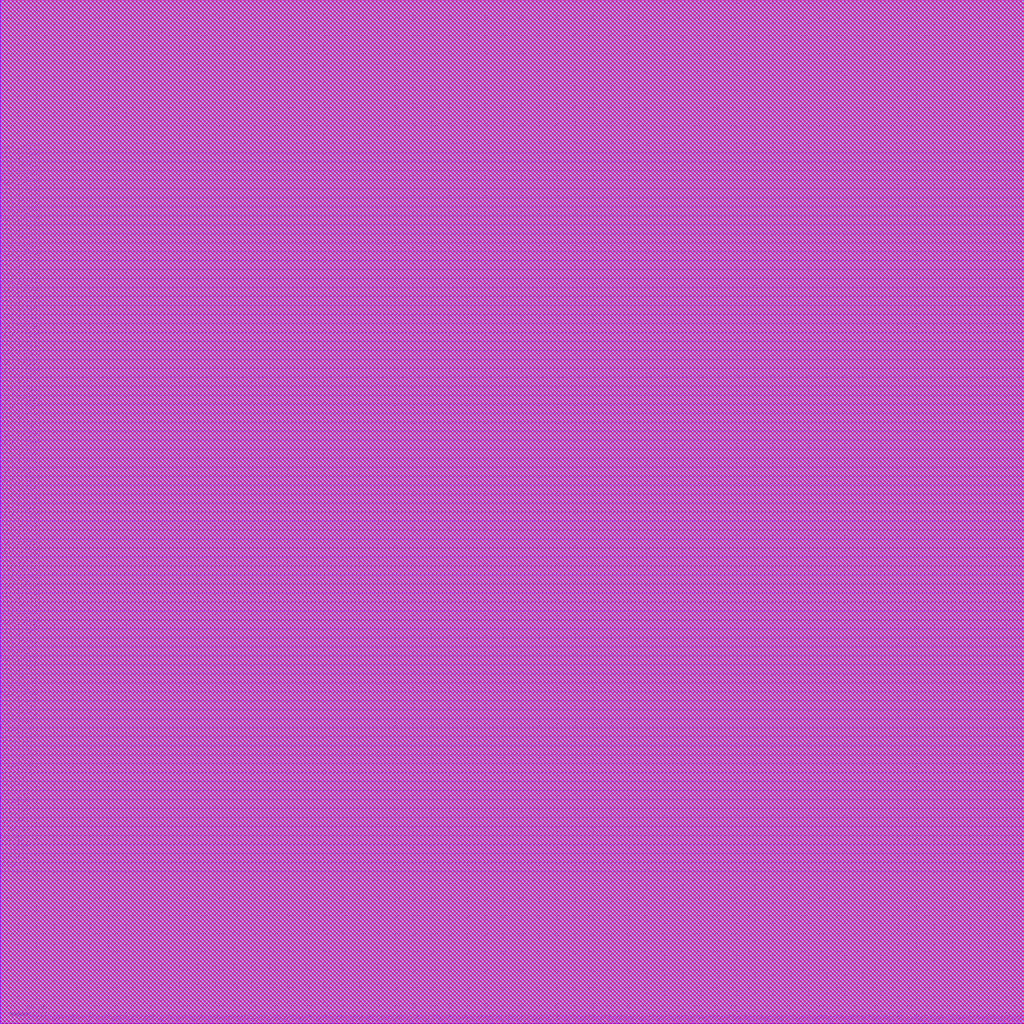
<source format=lef>
##
## LEF for PtnCells ;
## created by Innovus v15.23-s045_1 on Sat Mar  8 14:33:49 2025
##

VERSION 5.8 ;

BUSBITCHARS "[]" ;
DIVIDERCHAR "/" ;

MACRO core
  CLASS BLOCK ;
  SIZE 570.0000 BY 570.0000 ;
  FOREIGN core 0.0000 0.0000 ;
  ORIGIN 0 0 ;
  SYMMETRY X Y R90 ;
  PIN clk
    DIRECTION INPUT ;
    USE SIGNAL ;
    PORT
      LAYER M1 ;
        RECT 282.2550 569.5300 282.3450 570.0000 ;
    END
  END clk
  PIN sum_out[23]
    DIRECTION OUTPUT ;
    USE SIGNAL ;
    PORT
      LAYER M1 ;
        RECT 559.2550 0.0000 559.3450 0.4700 ;
    END
  END sum_out[23]
  PIN sum_out[22]
    DIRECTION OUTPUT ;
    USE SIGNAL ;
    PORT
      LAYER M1 ;
        RECT 556.2550 0.0000 556.3450 0.4700 ;
    END
  END sum_out[22]
  PIN sum_out[21]
    DIRECTION OUTPUT ;
    USE SIGNAL ;
    PORT
      LAYER M1 ;
        RECT 553.2550 0.0000 553.3450 0.4700 ;
    END
  END sum_out[21]
  PIN sum_out[20]
    DIRECTION OUTPUT ;
    USE SIGNAL ;
    PORT
      LAYER M1 ;
        RECT 550.2550 0.0000 550.3450 0.4700 ;
    END
  END sum_out[20]
  PIN sum_out[19]
    DIRECTION OUTPUT ;
    USE SIGNAL ;
    PORT
      LAYER M1 ;
        RECT 547.2550 0.0000 547.3450 0.4700 ;
    END
  END sum_out[19]
  PIN sum_out[18]
    DIRECTION OUTPUT ;
    USE SIGNAL ;
    PORT
      LAYER M1 ;
        RECT 544.2550 0.0000 544.3450 0.4700 ;
    END
  END sum_out[18]
  PIN sum_out[17]
    DIRECTION OUTPUT ;
    USE SIGNAL ;
    PORT
      LAYER M1 ;
        RECT 541.2550 0.0000 541.3450 0.4700 ;
    END
  END sum_out[17]
  PIN sum_out[16]
    DIRECTION OUTPUT ;
    USE SIGNAL ;
    PORT
      LAYER M1 ;
        RECT 538.2550 0.0000 538.3450 0.4700 ;
    END
  END sum_out[16]
  PIN sum_out[15]
    DIRECTION OUTPUT ;
    USE SIGNAL ;
    PORT
      LAYER M1 ;
        RECT 535.2550 0.0000 535.3450 0.4700 ;
    END
  END sum_out[15]
  PIN sum_out[14]
    DIRECTION OUTPUT ;
    USE SIGNAL ;
    PORT
      LAYER M1 ;
        RECT 532.2550 0.0000 532.3450 0.4700 ;
    END
  END sum_out[14]
  PIN sum_out[13]
    DIRECTION OUTPUT ;
    USE SIGNAL ;
    PORT
      LAYER M1 ;
        RECT 529.2550 0.0000 529.3450 0.4700 ;
    END
  END sum_out[13]
  PIN sum_out[12]
    DIRECTION OUTPUT ;
    USE SIGNAL ;
    PORT
      LAYER M1 ;
        RECT 526.2550 0.0000 526.3450 0.4700 ;
    END
  END sum_out[12]
  PIN sum_out[11]
    DIRECTION OUTPUT ;
    USE SIGNAL ;
    PORT
      LAYER M1 ;
        RECT 523.2550 0.0000 523.3450 0.4700 ;
    END
  END sum_out[11]
  PIN sum_out[10]
    DIRECTION OUTPUT ;
    USE SIGNAL ;
    PORT
      LAYER M1 ;
        RECT 520.2550 0.0000 520.3450 0.4700 ;
    END
  END sum_out[10]
  PIN sum_out[9]
    DIRECTION OUTPUT ;
    USE SIGNAL ;
    PORT
      LAYER M1 ;
        RECT 517.2550 0.0000 517.3450 0.4700 ;
    END
  END sum_out[9]
  PIN sum_out[8]
    DIRECTION OUTPUT ;
    USE SIGNAL ;
    PORT
      LAYER M1 ;
        RECT 514.2550 0.0000 514.3450 0.4700 ;
    END
  END sum_out[8]
  PIN sum_out[7]
    DIRECTION OUTPUT ;
    USE SIGNAL ;
    PORT
      LAYER M1 ;
        RECT 511.2550 0.0000 511.3450 0.4700 ;
    END
  END sum_out[7]
  PIN sum_out[6]
    DIRECTION OUTPUT ;
    USE SIGNAL ;
    PORT
      LAYER M1 ;
        RECT 508.2550 0.0000 508.3450 0.4700 ;
    END
  END sum_out[6]
  PIN sum_out[5]
    DIRECTION OUTPUT ;
    USE SIGNAL ;
    PORT
      LAYER M1 ;
        RECT 505.2550 0.0000 505.3450 0.4700 ;
    END
  END sum_out[5]
  PIN sum_out[4]
    DIRECTION OUTPUT ;
    USE SIGNAL ;
    PORT
      LAYER M1 ;
        RECT 502.2550 0.0000 502.3450 0.4700 ;
    END
  END sum_out[4]
  PIN sum_out[3]
    DIRECTION OUTPUT ;
    USE SIGNAL ;
    PORT
      LAYER M1 ;
        RECT 499.2550 0.0000 499.3450 0.4700 ;
    END
  END sum_out[3]
  PIN sum_out[2]
    DIRECTION OUTPUT ;
    USE SIGNAL ;
    PORT
      LAYER M1 ;
        RECT 496.2550 0.0000 496.3450 0.4700 ;
    END
  END sum_out[2]
  PIN sum_out[1]
    DIRECTION OUTPUT ;
    USE SIGNAL ;
    PORT
      LAYER M1 ;
        RECT 493.2550 0.0000 493.3450 0.4700 ;
    END
  END sum_out[1]
  PIN sum_out[0]
    DIRECTION OUTPUT ;
    USE SIGNAL ;
    PORT
      LAYER M1 ;
        RECT 490.2550 0.0000 490.3450 0.4700 ;
    END
  END sum_out[0]
  PIN mem_in[63]
    DIRECTION INPUT ;
    USE SIGNAL ;
    PORT
      LAYER M2 ;
        RECT 0.0000 484.7500 0.5200 484.8500 ;
    END
  END mem_in[63]
  PIN mem_in[62]
    DIRECTION INPUT ;
    USE SIGNAL ;
    PORT
      LAYER M2 ;
        RECT 0.0000 479.7500 0.5200 479.8500 ;
    END
  END mem_in[62]
  PIN mem_in[61]
    DIRECTION INPUT ;
    USE SIGNAL ;
    PORT
      LAYER M2 ;
        RECT 0.0000 474.7500 0.5200 474.8500 ;
    END
  END mem_in[61]
  PIN mem_in[60]
    DIRECTION INPUT ;
    USE SIGNAL ;
    PORT
      LAYER M2 ;
        RECT 0.0000 469.7500 0.5200 469.8500 ;
    END
  END mem_in[60]
  PIN mem_in[59]
    DIRECTION INPUT ;
    USE SIGNAL ;
    PORT
      LAYER M2 ;
        RECT 0.0000 464.7500 0.5200 464.8500 ;
    END
  END mem_in[59]
  PIN mem_in[58]
    DIRECTION INPUT ;
    USE SIGNAL ;
    PORT
      LAYER M2 ;
        RECT 0.0000 459.7500 0.5200 459.8500 ;
    END
  END mem_in[58]
  PIN mem_in[57]
    DIRECTION INPUT ;
    USE SIGNAL ;
    PORT
      LAYER M2 ;
        RECT 0.0000 454.7500 0.5200 454.8500 ;
    END
  END mem_in[57]
  PIN mem_in[56]
    DIRECTION INPUT ;
    USE SIGNAL ;
    PORT
      LAYER M2 ;
        RECT 0.0000 449.7500 0.5200 449.8500 ;
    END
  END mem_in[56]
  PIN mem_in[55]
    DIRECTION INPUT ;
    USE SIGNAL ;
    PORT
      LAYER M2 ;
        RECT 0.0000 444.7500 0.5200 444.8500 ;
    END
  END mem_in[55]
  PIN mem_in[54]
    DIRECTION INPUT ;
    USE SIGNAL ;
    PORT
      LAYER M2 ;
        RECT 0.0000 439.7500 0.5200 439.8500 ;
    END
  END mem_in[54]
  PIN mem_in[53]
    DIRECTION INPUT ;
    USE SIGNAL ;
    PORT
      LAYER M2 ;
        RECT 0.0000 434.7500 0.5200 434.8500 ;
    END
  END mem_in[53]
  PIN mem_in[52]
    DIRECTION INPUT ;
    USE SIGNAL ;
    PORT
      LAYER M2 ;
        RECT 0.0000 429.7500 0.5200 429.8500 ;
    END
  END mem_in[52]
  PIN mem_in[51]
    DIRECTION INPUT ;
    USE SIGNAL ;
    PORT
      LAYER M2 ;
        RECT 0.0000 424.7500 0.5200 424.8500 ;
    END
  END mem_in[51]
  PIN mem_in[50]
    DIRECTION INPUT ;
    USE SIGNAL ;
    PORT
      LAYER M2 ;
        RECT 0.0000 419.7500 0.5200 419.8500 ;
    END
  END mem_in[50]
  PIN mem_in[49]
    DIRECTION INPUT ;
    USE SIGNAL ;
    PORT
      LAYER M2 ;
        RECT 0.0000 414.7500 0.5200 414.8500 ;
    END
  END mem_in[49]
  PIN mem_in[48]
    DIRECTION INPUT ;
    USE SIGNAL ;
    PORT
      LAYER M2 ;
        RECT 0.0000 409.7500 0.5200 409.8500 ;
    END
  END mem_in[48]
  PIN mem_in[47]
    DIRECTION INPUT ;
    USE SIGNAL ;
    PORT
      LAYER M2 ;
        RECT 0.0000 404.7500 0.5200 404.8500 ;
    END
  END mem_in[47]
  PIN mem_in[46]
    DIRECTION INPUT ;
    USE SIGNAL ;
    PORT
      LAYER M2 ;
        RECT 0.0000 399.7500 0.5200 399.8500 ;
    END
  END mem_in[46]
  PIN mem_in[45]
    DIRECTION INPUT ;
    USE SIGNAL ;
    PORT
      LAYER M2 ;
        RECT 0.0000 394.7500 0.5200 394.8500 ;
    END
  END mem_in[45]
  PIN mem_in[44]
    DIRECTION INPUT ;
    USE SIGNAL ;
    PORT
      LAYER M2 ;
        RECT 0.0000 389.7500 0.5200 389.8500 ;
    END
  END mem_in[44]
  PIN mem_in[43]
    DIRECTION INPUT ;
    USE SIGNAL ;
    PORT
      LAYER M2 ;
        RECT 0.0000 384.7500 0.5200 384.8500 ;
    END
  END mem_in[43]
  PIN mem_in[42]
    DIRECTION INPUT ;
    USE SIGNAL ;
    PORT
      LAYER M2 ;
        RECT 0.0000 379.7500 0.5200 379.8500 ;
    END
  END mem_in[42]
  PIN mem_in[41]
    DIRECTION INPUT ;
    USE SIGNAL ;
    PORT
      LAYER M2 ;
        RECT 0.0000 374.7500 0.5200 374.8500 ;
    END
  END mem_in[41]
  PIN mem_in[40]
    DIRECTION INPUT ;
    USE SIGNAL ;
    PORT
      LAYER M2 ;
        RECT 0.0000 369.7500 0.5200 369.8500 ;
    END
  END mem_in[40]
  PIN mem_in[39]
    DIRECTION INPUT ;
    USE SIGNAL ;
    PORT
      LAYER M2 ;
        RECT 0.0000 364.7500 0.5200 364.8500 ;
    END
  END mem_in[39]
  PIN mem_in[38]
    DIRECTION INPUT ;
    USE SIGNAL ;
    PORT
      LAYER M2 ;
        RECT 0.0000 359.7500 0.5200 359.8500 ;
    END
  END mem_in[38]
  PIN mem_in[37]
    DIRECTION INPUT ;
    USE SIGNAL ;
    PORT
      LAYER M2 ;
        RECT 0.0000 354.7500 0.5200 354.8500 ;
    END
  END mem_in[37]
  PIN mem_in[36]
    DIRECTION INPUT ;
    USE SIGNAL ;
    PORT
      LAYER M2 ;
        RECT 0.0000 349.7500 0.5200 349.8500 ;
    END
  END mem_in[36]
  PIN mem_in[35]
    DIRECTION INPUT ;
    USE SIGNAL ;
    PORT
      LAYER M2 ;
        RECT 0.0000 344.7500 0.5200 344.8500 ;
    END
  END mem_in[35]
  PIN mem_in[34]
    DIRECTION INPUT ;
    USE SIGNAL ;
    PORT
      LAYER M2 ;
        RECT 0.0000 339.7500 0.5200 339.8500 ;
    END
  END mem_in[34]
  PIN mem_in[33]
    DIRECTION INPUT ;
    USE SIGNAL ;
    PORT
      LAYER M2 ;
        RECT 0.0000 334.7500 0.5200 334.8500 ;
    END
  END mem_in[33]
  PIN mem_in[32]
    DIRECTION INPUT ;
    USE SIGNAL ;
    PORT
      LAYER M2 ;
        RECT 0.0000 329.7500 0.5200 329.8500 ;
    END
  END mem_in[32]
  PIN mem_in[31]
    DIRECTION INPUT ;
    USE SIGNAL ;
    PORT
      LAYER M2 ;
        RECT 0.0000 324.7500 0.5200 324.8500 ;
    END
  END mem_in[31]
  PIN mem_in[30]
    DIRECTION INPUT ;
    USE SIGNAL ;
    PORT
      LAYER M2 ;
        RECT 0.0000 319.7500 0.5200 319.8500 ;
    END
  END mem_in[30]
  PIN mem_in[29]
    DIRECTION INPUT ;
    USE SIGNAL ;
    PORT
      LAYER M2 ;
        RECT 0.0000 314.7500 0.5200 314.8500 ;
    END
  END mem_in[29]
  PIN mem_in[28]
    DIRECTION INPUT ;
    USE SIGNAL ;
    PORT
      LAYER M2 ;
        RECT 0.0000 309.7500 0.5200 309.8500 ;
    END
  END mem_in[28]
  PIN mem_in[27]
    DIRECTION INPUT ;
    USE SIGNAL ;
    PORT
      LAYER M2 ;
        RECT 0.0000 304.7500 0.5200 304.8500 ;
    END
  END mem_in[27]
  PIN mem_in[26]
    DIRECTION INPUT ;
    USE SIGNAL ;
    PORT
      LAYER M2 ;
        RECT 0.0000 299.7500 0.5200 299.8500 ;
    END
  END mem_in[26]
  PIN mem_in[25]
    DIRECTION INPUT ;
    USE SIGNAL ;
    PORT
      LAYER M2 ;
        RECT 0.0000 294.7500 0.5200 294.8500 ;
    END
  END mem_in[25]
  PIN mem_in[24]
    DIRECTION INPUT ;
    USE SIGNAL ;
    PORT
      LAYER M2 ;
        RECT 0.0000 289.7500 0.5200 289.8500 ;
    END
  END mem_in[24]
  PIN mem_in[23]
    DIRECTION INPUT ;
    USE SIGNAL ;
    PORT
      LAYER M2 ;
        RECT 0.0000 284.7500 0.5200 284.8500 ;
    END
  END mem_in[23]
  PIN mem_in[22]
    DIRECTION INPUT ;
    USE SIGNAL ;
    PORT
      LAYER M2 ;
        RECT 0.0000 279.7500 0.5200 279.8500 ;
    END
  END mem_in[22]
  PIN mem_in[21]
    DIRECTION INPUT ;
    USE SIGNAL ;
    PORT
      LAYER M2 ;
        RECT 0.0000 274.7500 0.5200 274.8500 ;
    END
  END mem_in[21]
  PIN mem_in[20]
    DIRECTION INPUT ;
    USE SIGNAL ;
    PORT
      LAYER M2 ;
        RECT 0.0000 269.7500 0.5200 269.8500 ;
    END
  END mem_in[20]
  PIN mem_in[19]
    DIRECTION INPUT ;
    USE SIGNAL ;
    PORT
      LAYER M2 ;
        RECT 0.0000 264.7500 0.5200 264.8500 ;
    END
  END mem_in[19]
  PIN mem_in[18]
    DIRECTION INPUT ;
    USE SIGNAL ;
    PORT
      LAYER M2 ;
        RECT 0.0000 259.7500 0.5200 259.8500 ;
    END
  END mem_in[18]
  PIN mem_in[17]
    DIRECTION INPUT ;
    USE SIGNAL ;
    PORT
      LAYER M2 ;
        RECT 0.0000 254.7500 0.5200 254.8500 ;
    END
  END mem_in[17]
  PIN mem_in[16]
    DIRECTION INPUT ;
    USE SIGNAL ;
    PORT
      LAYER M2 ;
        RECT 0.0000 249.7500 0.5200 249.8500 ;
    END
  END mem_in[16]
  PIN mem_in[15]
    DIRECTION INPUT ;
    USE SIGNAL ;
    PORT
      LAYER M2 ;
        RECT 0.0000 244.7500 0.5200 244.8500 ;
    END
  END mem_in[15]
  PIN mem_in[14]
    DIRECTION INPUT ;
    USE SIGNAL ;
    PORT
      LAYER M2 ;
        RECT 0.0000 239.7500 0.5200 239.8500 ;
    END
  END mem_in[14]
  PIN mem_in[13]
    DIRECTION INPUT ;
    USE SIGNAL ;
    PORT
      LAYER M2 ;
        RECT 0.0000 234.7500 0.5200 234.8500 ;
    END
  END mem_in[13]
  PIN mem_in[12]
    DIRECTION INPUT ;
    USE SIGNAL ;
    PORT
      LAYER M2 ;
        RECT 0.0000 229.7500 0.5200 229.8500 ;
    END
  END mem_in[12]
  PIN mem_in[11]
    DIRECTION INPUT ;
    USE SIGNAL ;
    PORT
      LAYER M2 ;
        RECT 0.0000 224.7500 0.5200 224.8500 ;
    END
  END mem_in[11]
  PIN mem_in[10]
    DIRECTION INPUT ;
    USE SIGNAL ;
    PORT
      LAYER M2 ;
        RECT 0.0000 219.7500 0.5200 219.8500 ;
    END
  END mem_in[10]
  PIN mem_in[9]
    DIRECTION INPUT ;
    USE SIGNAL ;
    PORT
      LAYER M2 ;
        RECT 0.0000 214.7500 0.5200 214.8500 ;
    END
  END mem_in[9]
  PIN mem_in[8]
    DIRECTION INPUT ;
    USE SIGNAL ;
    PORT
      LAYER M2 ;
        RECT 0.0000 209.7500 0.5200 209.8500 ;
    END
  END mem_in[8]
  PIN mem_in[7]
    DIRECTION INPUT ;
    USE SIGNAL ;
    PORT
      LAYER M2 ;
        RECT 0.0000 204.7500 0.5200 204.8500 ;
    END
  END mem_in[7]
  PIN mem_in[6]
    DIRECTION INPUT ;
    USE SIGNAL ;
    PORT
      LAYER M2 ;
        RECT 0.0000 199.7500 0.5200 199.8500 ;
    END
  END mem_in[6]
  PIN mem_in[5]
    DIRECTION INPUT ;
    USE SIGNAL ;
    PORT
      LAYER M2 ;
        RECT 0.0000 194.7500 0.5200 194.8500 ;
    END
  END mem_in[5]
  PIN mem_in[4]
    DIRECTION INPUT ;
    USE SIGNAL ;
    PORT
      LAYER M2 ;
        RECT 0.0000 189.7500 0.5200 189.8500 ;
    END
  END mem_in[4]
  PIN mem_in[3]
    DIRECTION INPUT ;
    USE SIGNAL ;
    PORT
      LAYER M2 ;
        RECT 0.0000 184.7500 0.5200 184.8500 ;
    END
  END mem_in[3]
  PIN mem_in[2]
    DIRECTION INPUT ;
    USE SIGNAL ;
    PORT
      LAYER M2 ;
        RECT 0.0000 179.7500 0.5200 179.8500 ;
    END
  END mem_in[2]
  PIN mem_in[1]
    DIRECTION INPUT ;
    USE SIGNAL ;
    PORT
      LAYER M2 ;
        RECT 0.0000 174.7500 0.5200 174.8500 ;
    END
  END mem_in[1]
  PIN mem_in[0]
    DIRECTION INPUT ;
    USE SIGNAL ;
    PORT
      LAYER M2 ;
        RECT 0.0000 169.7500 0.5200 169.8500 ;
    END
  END mem_in[0]
  PIN out[159]
    DIRECTION OUTPUT ;
    USE SIGNAL ;
    PORT
      LAYER M1 ;
        RECT 487.2550 0.0000 487.3450 0.4700 ;
    END
  END out[159]
  PIN out[158]
    DIRECTION OUTPUT ;
    USE SIGNAL ;
    PORT
      LAYER M1 ;
        RECT 484.2550 0.0000 484.3450 0.4700 ;
    END
  END out[158]
  PIN out[157]
    DIRECTION OUTPUT ;
    USE SIGNAL ;
    PORT
      LAYER M1 ;
        RECT 481.2550 0.0000 481.3450 0.4700 ;
    END
  END out[157]
  PIN out[156]
    DIRECTION OUTPUT ;
    USE SIGNAL ;
    PORT
      LAYER M1 ;
        RECT 478.2550 0.0000 478.3450 0.4700 ;
    END
  END out[156]
  PIN out[155]
    DIRECTION OUTPUT ;
    USE SIGNAL ;
    PORT
      LAYER M1 ;
        RECT 475.2550 0.0000 475.3450 0.4700 ;
    END
  END out[155]
  PIN out[154]
    DIRECTION OUTPUT ;
    USE SIGNAL ;
    PORT
      LAYER M1 ;
        RECT 472.2550 0.0000 472.3450 0.4700 ;
    END
  END out[154]
  PIN out[153]
    DIRECTION OUTPUT ;
    USE SIGNAL ;
    PORT
      LAYER M1 ;
        RECT 469.2550 0.0000 469.3450 0.4700 ;
    END
  END out[153]
  PIN out[152]
    DIRECTION OUTPUT ;
    USE SIGNAL ;
    PORT
      LAYER M1 ;
        RECT 466.2550 0.0000 466.3450 0.4700 ;
    END
  END out[152]
  PIN out[151]
    DIRECTION OUTPUT ;
    USE SIGNAL ;
    PORT
      LAYER M1 ;
        RECT 463.2550 0.0000 463.3450 0.4700 ;
    END
  END out[151]
  PIN out[150]
    DIRECTION OUTPUT ;
    USE SIGNAL ;
    PORT
      LAYER M1 ;
        RECT 460.2550 0.0000 460.3450 0.4700 ;
    END
  END out[150]
  PIN out[149]
    DIRECTION OUTPUT ;
    USE SIGNAL ;
    PORT
      LAYER M1 ;
        RECT 457.2550 0.0000 457.3450 0.4700 ;
    END
  END out[149]
  PIN out[148]
    DIRECTION OUTPUT ;
    USE SIGNAL ;
    PORT
      LAYER M1 ;
        RECT 454.2550 0.0000 454.3450 0.4700 ;
    END
  END out[148]
  PIN out[147]
    DIRECTION OUTPUT ;
    USE SIGNAL ;
    PORT
      LAYER M1 ;
        RECT 451.2550 0.0000 451.3450 0.4700 ;
    END
  END out[147]
  PIN out[146]
    DIRECTION OUTPUT ;
    USE SIGNAL ;
    PORT
      LAYER M1 ;
        RECT 448.2550 0.0000 448.3450 0.4700 ;
    END
  END out[146]
  PIN out[145]
    DIRECTION OUTPUT ;
    USE SIGNAL ;
    PORT
      LAYER M1 ;
        RECT 445.2550 0.0000 445.3450 0.4700 ;
    END
  END out[145]
  PIN out[144]
    DIRECTION OUTPUT ;
    USE SIGNAL ;
    PORT
      LAYER M1 ;
        RECT 442.2550 0.0000 442.3450 0.4700 ;
    END
  END out[144]
  PIN out[143]
    DIRECTION OUTPUT ;
    USE SIGNAL ;
    PORT
      LAYER M1 ;
        RECT 439.2550 0.0000 439.3450 0.4700 ;
    END
  END out[143]
  PIN out[142]
    DIRECTION OUTPUT ;
    USE SIGNAL ;
    PORT
      LAYER M1 ;
        RECT 436.2550 0.0000 436.3450 0.4700 ;
    END
  END out[142]
  PIN out[141]
    DIRECTION OUTPUT ;
    USE SIGNAL ;
    PORT
      LAYER M1 ;
        RECT 433.2550 0.0000 433.3450 0.4700 ;
    END
  END out[141]
  PIN out[140]
    DIRECTION OUTPUT ;
    USE SIGNAL ;
    PORT
      LAYER M1 ;
        RECT 430.2550 0.0000 430.3450 0.4700 ;
    END
  END out[140]
  PIN out[139]
    DIRECTION OUTPUT ;
    USE SIGNAL ;
    PORT
      LAYER M1 ;
        RECT 427.2550 0.0000 427.3450 0.4700 ;
    END
  END out[139]
  PIN out[138]
    DIRECTION OUTPUT ;
    USE SIGNAL ;
    PORT
      LAYER M1 ;
        RECT 424.2550 0.0000 424.3450 0.4700 ;
    END
  END out[138]
  PIN out[137]
    DIRECTION OUTPUT ;
    USE SIGNAL ;
    PORT
      LAYER M1 ;
        RECT 421.2550 0.0000 421.3450 0.4700 ;
    END
  END out[137]
  PIN out[136]
    DIRECTION OUTPUT ;
    USE SIGNAL ;
    PORT
      LAYER M1 ;
        RECT 418.2550 0.0000 418.3450 0.4700 ;
    END
  END out[136]
  PIN out[135]
    DIRECTION OUTPUT ;
    USE SIGNAL ;
    PORT
      LAYER M1 ;
        RECT 415.2550 0.0000 415.3450 0.4700 ;
    END
  END out[135]
  PIN out[134]
    DIRECTION OUTPUT ;
    USE SIGNAL ;
    PORT
      LAYER M1 ;
        RECT 412.2550 0.0000 412.3450 0.4700 ;
    END
  END out[134]
  PIN out[133]
    DIRECTION OUTPUT ;
    USE SIGNAL ;
    PORT
      LAYER M1 ;
        RECT 409.2550 0.0000 409.3450 0.4700 ;
    END
  END out[133]
  PIN out[132]
    DIRECTION OUTPUT ;
    USE SIGNAL ;
    PORT
      LAYER M1 ;
        RECT 406.2550 0.0000 406.3450 0.4700 ;
    END
  END out[132]
  PIN out[131]
    DIRECTION OUTPUT ;
    USE SIGNAL ;
    PORT
      LAYER M1 ;
        RECT 403.2550 0.0000 403.3450 0.4700 ;
    END
  END out[131]
  PIN out[130]
    DIRECTION OUTPUT ;
    USE SIGNAL ;
    PORT
      LAYER M1 ;
        RECT 400.2550 0.0000 400.3450 0.4700 ;
    END
  END out[130]
  PIN out[129]
    DIRECTION OUTPUT ;
    USE SIGNAL ;
    PORT
      LAYER M1 ;
        RECT 397.2550 0.0000 397.3450 0.4700 ;
    END
  END out[129]
  PIN out[128]
    DIRECTION OUTPUT ;
    USE SIGNAL ;
    PORT
      LAYER M1 ;
        RECT 394.2550 0.0000 394.3450 0.4700 ;
    END
  END out[128]
  PIN out[127]
    DIRECTION OUTPUT ;
    USE SIGNAL ;
    PORT
      LAYER M1 ;
        RECT 391.2550 0.0000 391.3450 0.4700 ;
    END
  END out[127]
  PIN out[126]
    DIRECTION OUTPUT ;
    USE SIGNAL ;
    PORT
      LAYER M1 ;
        RECT 388.2550 0.0000 388.3450 0.4700 ;
    END
  END out[126]
  PIN out[125]
    DIRECTION OUTPUT ;
    USE SIGNAL ;
    PORT
      LAYER M1 ;
        RECT 385.2550 0.0000 385.3450 0.4700 ;
    END
  END out[125]
  PIN out[124]
    DIRECTION OUTPUT ;
    USE SIGNAL ;
    PORT
      LAYER M1 ;
        RECT 382.2550 0.0000 382.3450 0.4700 ;
    END
  END out[124]
  PIN out[123]
    DIRECTION OUTPUT ;
    USE SIGNAL ;
    PORT
      LAYER M1 ;
        RECT 379.2550 0.0000 379.3450 0.4700 ;
    END
  END out[123]
  PIN out[122]
    DIRECTION OUTPUT ;
    USE SIGNAL ;
    PORT
      LAYER M1 ;
        RECT 376.2550 0.0000 376.3450 0.4700 ;
    END
  END out[122]
  PIN out[121]
    DIRECTION OUTPUT ;
    USE SIGNAL ;
    PORT
      LAYER M1 ;
        RECT 373.2550 0.0000 373.3450 0.4700 ;
    END
  END out[121]
  PIN out[120]
    DIRECTION OUTPUT ;
    USE SIGNAL ;
    PORT
      LAYER M1 ;
        RECT 370.2550 0.0000 370.3450 0.4700 ;
    END
  END out[120]
  PIN out[119]
    DIRECTION OUTPUT ;
    USE SIGNAL ;
    PORT
      LAYER M1 ;
        RECT 367.2550 0.0000 367.3450 0.4700 ;
    END
  END out[119]
  PIN out[118]
    DIRECTION OUTPUT ;
    USE SIGNAL ;
    PORT
      LAYER M1 ;
        RECT 364.2550 0.0000 364.3450 0.4700 ;
    END
  END out[118]
  PIN out[117]
    DIRECTION OUTPUT ;
    USE SIGNAL ;
    PORT
      LAYER M1 ;
        RECT 361.2550 0.0000 361.3450 0.4700 ;
    END
  END out[117]
  PIN out[116]
    DIRECTION OUTPUT ;
    USE SIGNAL ;
    PORT
      LAYER M1 ;
        RECT 358.2550 0.0000 358.3450 0.4700 ;
    END
  END out[116]
  PIN out[115]
    DIRECTION OUTPUT ;
    USE SIGNAL ;
    PORT
      LAYER M1 ;
        RECT 355.2550 0.0000 355.3450 0.4700 ;
    END
  END out[115]
  PIN out[114]
    DIRECTION OUTPUT ;
    USE SIGNAL ;
    PORT
      LAYER M1 ;
        RECT 352.2550 0.0000 352.3450 0.4700 ;
    END
  END out[114]
  PIN out[113]
    DIRECTION OUTPUT ;
    USE SIGNAL ;
    PORT
      LAYER M1 ;
        RECT 349.2550 0.0000 349.3450 0.4700 ;
    END
  END out[113]
  PIN out[112]
    DIRECTION OUTPUT ;
    USE SIGNAL ;
    PORT
      LAYER M1 ;
        RECT 346.2550 0.0000 346.3450 0.4700 ;
    END
  END out[112]
  PIN out[111]
    DIRECTION OUTPUT ;
    USE SIGNAL ;
    PORT
      LAYER M1 ;
        RECT 343.2550 0.0000 343.3450 0.4700 ;
    END
  END out[111]
  PIN out[110]
    DIRECTION OUTPUT ;
    USE SIGNAL ;
    PORT
      LAYER M1 ;
        RECT 340.2550 0.0000 340.3450 0.4700 ;
    END
  END out[110]
  PIN out[109]
    DIRECTION OUTPUT ;
    USE SIGNAL ;
    PORT
      LAYER M1 ;
        RECT 337.2550 0.0000 337.3450 0.4700 ;
    END
  END out[109]
  PIN out[108]
    DIRECTION OUTPUT ;
    USE SIGNAL ;
    PORT
      LAYER M1 ;
        RECT 334.2550 0.0000 334.3450 0.4700 ;
    END
  END out[108]
  PIN out[107]
    DIRECTION OUTPUT ;
    USE SIGNAL ;
    PORT
      LAYER M1 ;
        RECT 331.2550 0.0000 331.3450 0.4700 ;
    END
  END out[107]
  PIN out[106]
    DIRECTION OUTPUT ;
    USE SIGNAL ;
    PORT
      LAYER M1 ;
        RECT 328.2550 0.0000 328.3450 0.4700 ;
    END
  END out[106]
  PIN out[105]
    DIRECTION OUTPUT ;
    USE SIGNAL ;
    PORT
      LAYER M1 ;
        RECT 325.2550 0.0000 325.3450 0.4700 ;
    END
  END out[105]
  PIN out[104]
    DIRECTION OUTPUT ;
    USE SIGNAL ;
    PORT
      LAYER M1 ;
        RECT 322.2550 0.0000 322.3450 0.4700 ;
    END
  END out[104]
  PIN out[103]
    DIRECTION OUTPUT ;
    USE SIGNAL ;
    PORT
      LAYER M1 ;
        RECT 319.2550 0.0000 319.3450 0.4700 ;
    END
  END out[103]
  PIN out[102]
    DIRECTION OUTPUT ;
    USE SIGNAL ;
    PORT
      LAYER M1 ;
        RECT 316.2550 0.0000 316.3450 0.4700 ;
    END
  END out[102]
  PIN out[101]
    DIRECTION OUTPUT ;
    USE SIGNAL ;
    PORT
      LAYER M1 ;
        RECT 313.2550 0.0000 313.3450 0.4700 ;
    END
  END out[101]
  PIN out[100]
    DIRECTION OUTPUT ;
    USE SIGNAL ;
    PORT
      LAYER M1 ;
        RECT 310.2550 0.0000 310.3450 0.4700 ;
    END
  END out[100]
  PIN out[99]
    DIRECTION OUTPUT ;
    USE SIGNAL ;
    PORT
      LAYER M1 ;
        RECT 307.2550 0.0000 307.3450 0.4700 ;
    END
  END out[99]
  PIN out[98]
    DIRECTION OUTPUT ;
    USE SIGNAL ;
    PORT
      LAYER M1 ;
        RECT 304.2550 0.0000 304.3450 0.4700 ;
    END
  END out[98]
  PIN out[97]
    DIRECTION OUTPUT ;
    USE SIGNAL ;
    PORT
      LAYER M1 ;
        RECT 301.2550 0.0000 301.3450 0.4700 ;
    END
  END out[97]
  PIN out[96]
    DIRECTION OUTPUT ;
    USE SIGNAL ;
    PORT
      LAYER M1 ;
        RECT 298.2550 0.0000 298.3450 0.4700 ;
    END
  END out[96]
  PIN out[95]
    DIRECTION OUTPUT ;
    USE SIGNAL ;
    PORT
      LAYER M1 ;
        RECT 295.2550 0.0000 295.3450 0.4700 ;
    END
  END out[95]
  PIN out[94]
    DIRECTION OUTPUT ;
    USE SIGNAL ;
    PORT
      LAYER M1 ;
        RECT 292.2550 0.0000 292.3450 0.4700 ;
    END
  END out[94]
  PIN out[93]
    DIRECTION OUTPUT ;
    USE SIGNAL ;
    PORT
      LAYER M1 ;
        RECT 289.2550 0.0000 289.3450 0.4700 ;
    END
  END out[93]
  PIN out[92]
    DIRECTION OUTPUT ;
    USE SIGNAL ;
    PORT
      LAYER M1 ;
        RECT 286.2550 0.0000 286.3450 0.4700 ;
    END
  END out[92]
  PIN out[91]
    DIRECTION OUTPUT ;
    USE SIGNAL ;
    PORT
      LAYER M1 ;
        RECT 283.2550 0.0000 283.3450 0.4700 ;
    END
  END out[91]
  PIN out[90]
    DIRECTION OUTPUT ;
    USE SIGNAL ;
    PORT
      LAYER M1 ;
        RECT 280.2550 0.0000 280.3450 0.4700 ;
    END
  END out[90]
  PIN out[89]
    DIRECTION OUTPUT ;
    USE SIGNAL ;
    PORT
      LAYER M1 ;
        RECT 277.2550 0.0000 277.3450 0.4700 ;
    END
  END out[89]
  PIN out[88]
    DIRECTION OUTPUT ;
    USE SIGNAL ;
    PORT
      LAYER M1 ;
        RECT 274.2550 0.0000 274.3450 0.4700 ;
    END
  END out[88]
  PIN out[87]
    DIRECTION OUTPUT ;
    USE SIGNAL ;
    PORT
      LAYER M1 ;
        RECT 271.2550 0.0000 271.3450 0.4700 ;
    END
  END out[87]
  PIN out[86]
    DIRECTION OUTPUT ;
    USE SIGNAL ;
    PORT
      LAYER M1 ;
        RECT 268.2550 0.0000 268.3450 0.4700 ;
    END
  END out[86]
  PIN out[85]
    DIRECTION OUTPUT ;
    USE SIGNAL ;
    PORT
      LAYER M1 ;
        RECT 265.2550 0.0000 265.3450 0.4700 ;
    END
  END out[85]
  PIN out[84]
    DIRECTION OUTPUT ;
    USE SIGNAL ;
    PORT
      LAYER M1 ;
        RECT 262.2550 0.0000 262.3450 0.4700 ;
    END
  END out[84]
  PIN out[83]
    DIRECTION OUTPUT ;
    USE SIGNAL ;
    PORT
      LAYER M1 ;
        RECT 259.2550 0.0000 259.3450 0.4700 ;
    END
  END out[83]
  PIN out[82]
    DIRECTION OUTPUT ;
    USE SIGNAL ;
    PORT
      LAYER M1 ;
        RECT 256.2550 0.0000 256.3450 0.4700 ;
    END
  END out[82]
  PIN out[81]
    DIRECTION OUTPUT ;
    USE SIGNAL ;
    PORT
      LAYER M1 ;
        RECT 253.2550 0.0000 253.3450 0.4700 ;
    END
  END out[81]
  PIN out[80]
    DIRECTION OUTPUT ;
    USE SIGNAL ;
    PORT
      LAYER M1 ;
        RECT 250.2550 0.0000 250.3450 0.4700 ;
    END
  END out[80]
  PIN out[79]
    DIRECTION OUTPUT ;
    USE SIGNAL ;
    PORT
      LAYER M1 ;
        RECT 247.2550 0.0000 247.3450 0.4700 ;
    END
  END out[79]
  PIN out[78]
    DIRECTION OUTPUT ;
    USE SIGNAL ;
    PORT
      LAYER M1 ;
        RECT 244.2550 0.0000 244.3450 0.4700 ;
    END
  END out[78]
  PIN out[77]
    DIRECTION OUTPUT ;
    USE SIGNAL ;
    PORT
      LAYER M1 ;
        RECT 241.2550 0.0000 241.3450 0.4700 ;
    END
  END out[77]
  PIN out[76]
    DIRECTION OUTPUT ;
    USE SIGNAL ;
    PORT
      LAYER M1 ;
        RECT 238.2550 0.0000 238.3450 0.4700 ;
    END
  END out[76]
  PIN out[75]
    DIRECTION OUTPUT ;
    USE SIGNAL ;
    PORT
      LAYER M1 ;
        RECT 235.2550 0.0000 235.3450 0.4700 ;
    END
  END out[75]
  PIN out[74]
    DIRECTION OUTPUT ;
    USE SIGNAL ;
    PORT
      LAYER M1 ;
        RECT 232.2550 0.0000 232.3450 0.4700 ;
    END
  END out[74]
  PIN out[73]
    DIRECTION OUTPUT ;
    USE SIGNAL ;
    PORT
      LAYER M1 ;
        RECT 229.2550 0.0000 229.3450 0.4700 ;
    END
  END out[73]
  PIN out[72]
    DIRECTION OUTPUT ;
    USE SIGNAL ;
    PORT
      LAYER M1 ;
        RECT 226.2550 0.0000 226.3450 0.4700 ;
    END
  END out[72]
  PIN out[71]
    DIRECTION OUTPUT ;
    USE SIGNAL ;
    PORT
      LAYER M1 ;
        RECT 223.2550 0.0000 223.3450 0.4700 ;
    END
  END out[71]
  PIN out[70]
    DIRECTION OUTPUT ;
    USE SIGNAL ;
    PORT
      LAYER M1 ;
        RECT 220.2550 0.0000 220.3450 0.4700 ;
    END
  END out[70]
  PIN out[69]
    DIRECTION OUTPUT ;
    USE SIGNAL ;
    PORT
      LAYER M1 ;
        RECT 217.2550 0.0000 217.3450 0.4700 ;
    END
  END out[69]
  PIN out[68]
    DIRECTION OUTPUT ;
    USE SIGNAL ;
    PORT
      LAYER M1 ;
        RECT 214.2550 0.0000 214.3450 0.4700 ;
    END
  END out[68]
  PIN out[67]
    DIRECTION OUTPUT ;
    USE SIGNAL ;
    PORT
      LAYER M1 ;
        RECT 211.2550 0.0000 211.3450 0.4700 ;
    END
  END out[67]
  PIN out[66]
    DIRECTION OUTPUT ;
    USE SIGNAL ;
    PORT
      LAYER M1 ;
        RECT 208.2550 0.0000 208.3450 0.4700 ;
    END
  END out[66]
  PIN out[65]
    DIRECTION OUTPUT ;
    USE SIGNAL ;
    PORT
      LAYER M1 ;
        RECT 205.2550 0.0000 205.3450 0.4700 ;
    END
  END out[65]
  PIN out[64]
    DIRECTION OUTPUT ;
    USE SIGNAL ;
    PORT
      LAYER M1 ;
        RECT 202.2550 0.0000 202.3450 0.4700 ;
    END
  END out[64]
  PIN out[63]
    DIRECTION OUTPUT ;
    USE SIGNAL ;
    PORT
      LAYER M1 ;
        RECT 199.2550 0.0000 199.3450 0.4700 ;
    END
  END out[63]
  PIN out[62]
    DIRECTION OUTPUT ;
    USE SIGNAL ;
    PORT
      LAYER M1 ;
        RECT 196.2550 0.0000 196.3450 0.4700 ;
    END
  END out[62]
  PIN out[61]
    DIRECTION OUTPUT ;
    USE SIGNAL ;
    PORT
      LAYER M1 ;
        RECT 193.2550 0.0000 193.3450 0.4700 ;
    END
  END out[61]
  PIN out[60]
    DIRECTION OUTPUT ;
    USE SIGNAL ;
    PORT
      LAYER M1 ;
        RECT 190.2550 0.0000 190.3450 0.4700 ;
    END
  END out[60]
  PIN out[59]
    DIRECTION OUTPUT ;
    USE SIGNAL ;
    PORT
      LAYER M1 ;
        RECT 187.2550 0.0000 187.3450 0.4700 ;
    END
  END out[59]
  PIN out[58]
    DIRECTION OUTPUT ;
    USE SIGNAL ;
    PORT
      LAYER M1 ;
        RECT 184.2550 0.0000 184.3450 0.4700 ;
    END
  END out[58]
  PIN out[57]
    DIRECTION OUTPUT ;
    USE SIGNAL ;
    PORT
      LAYER M1 ;
        RECT 181.2550 0.0000 181.3450 0.4700 ;
    END
  END out[57]
  PIN out[56]
    DIRECTION OUTPUT ;
    USE SIGNAL ;
    PORT
      LAYER M1 ;
        RECT 178.2550 0.0000 178.3450 0.4700 ;
    END
  END out[56]
  PIN out[55]
    DIRECTION OUTPUT ;
    USE SIGNAL ;
    PORT
      LAYER M1 ;
        RECT 175.2550 0.0000 175.3450 0.4700 ;
    END
  END out[55]
  PIN out[54]
    DIRECTION OUTPUT ;
    USE SIGNAL ;
    PORT
      LAYER M1 ;
        RECT 172.2550 0.0000 172.3450 0.4700 ;
    END
  END out[54]
  PIN out[53]
    DIRECTION OUTPUT ;
    USE SIGNAL ;
    PORT
      LAYER M1 ;
        RECT 169.2550 0.0000 169.3450 0.4700 ;
    END
  END out[53]
  PIN out[52]
    DIRECTION OUTPUT ;
    USE SIGNAL ;
    PORT
      LAYER M1 ;
        RECT 166.2550 0.0000 166.3450 0.4700 ;
    END
  END out[52]
  PIN out[51]
    DIRECTION OUTPUT ;
    USE SIGNAL ;
    PORT
      LAYER M1 ;
        RECT 163.2550 0.0000 163.3450 0.4700 ;
    END
  END out[51]
  PIN out[50]
    DIRECTION OUTPUT ;
    USE SIGNAL ;
    PORT
      LAYER M1 ;
        RECT 160.2550 0.0000 160.3450 0.4700 ;
    END
  END out[50]
  PIN out[49]
    DIRECTION OUTPUT ;
    USE SIGNAL ;
    PORT
      LAYER M1 ;
        RECT 157.2550 0.0000 157.3450 0.4700 ;
    END
  END out[49]
  PIN out[48]
    DIRECTION OUTPUT ;
    USE SIGNAL ;
    PORT
      LAYER M1 ;
        RECT 154.2550 0.0000 154.3450 0.4700 ;
    END
  END out[48]
  PIN out[47]
    DIRECTION OUTPUT ;
    USE SIGNAL ;
    PORT
      LAYER M1 ;
        RECT 151.2550 0.0000 151.3450 0.4700 ;
    END
  END out[47]
  PIN out[46]
    DIRECTION OUTPUT ;
    USE SIGNAL ;
    PORT
      LAYER M1 ;
        RECT 148.2550 0.0000 148.3450 0.4700 ;
    END
  END out[46]
  PIN out[45]
    DIRECTION OUTPUT ;
    USE SIGNAL ;
    PORT
      LAYER M1 ;
        RECT 145.2550 0.0000 145.3450 0.4700 ;
    END
  END out[45]
  PIN out[44]
    DIRECTION OUTPUT ;
    USE SIGNAL ;
    PORT
      LAYER M1 ;
        RECT 142.2550 0.0000 142.3450 0.4700 ;
    END
  END out[44]
  PIN out[43]
    DIRECTION OUTPUT ;
    USE SIGNAL ;
    PORT
      LAYER M1 ;
        RECT 139.2550 0.0000 139.3450 0.4700 ;
    END
  END out[43]
  PIN out[42]
    DIRECTION OUTPUT ;
    USE SIGNAL ;
    PORT
      LAYER M1 ;
        RECT 136.2550 0.0000 136.3450 0.4700 ;
    END
  END out[42]
  PIN out[41]
    DIRECTION OUTPUT ;
    USE SIGNAL ;
    PORT
      LAYER M1 ;
        RECT 133.2550 0.0000 133.3450 0.4700 ;
    END
  END out[41]
  PIN out[40]
    DIRECTION OUTPUT ;
    USE SIGNAL ;
    PORT
      LAYER M1 ;
        RECT 130.2550 0.0000 130.3450 0.4700 ;
    END
  END out[40]
  PIN out[39]
    DIRECTION OUTPUT ;
    USE SIGNAL ;
    PORT
      LAYER M1 ;
        RECT 127.2550 0.0000 127.3450 0.4700 ;
    END
  END out[39]
  PIN out[38]
    DIRECTION OUTPUT ;
    USE SIGNAL ;
    PORT
      LAYER M1 ;
        RECT 124.2550 0.0000 124.3450 0.4700 ;
    END
  END out[38]
  PIN out[37]
    DIRECTION OUTPUT ;
    USE SIGNAL ;
    PORT
      LAYER M1 ;
        RECT 121.2550 0.0000 121.3450 0.4700 ;
    END
  END out[37]
  PIN out[36]
    DIRECTION OUTPUT ;
    USE SIGNAL ;
    PORT
      LAYER M1 ;
        RECT 118.2550 0.0000 118.3450 0.4700 ;
    END
  END out[36]
  PIN out[35]
    DIRECTION OUTPUT ;
    USE SIGNAL ;
    PORT
      LAYER M1 ;
        RECT 115.2550 0.0000 115.3450 0.4700 ;
    END
  END out[35]
  PIN out[34]
    DIRECTION OUTPUT ;
    USE SIGNAL ;
    PORT
      LAYER M1 ;
        RECT 112.2550 0.0000 112.3450 0.4700 ;
    END
  END out[34]
  PIN out[33]
    DIRECTION OUTPUT ;
    USE SIGNAL ;
    PORT
      LAYER M1 ;
        RECT 109.2550 0.0000 109.3450 0.4700 ;
    END
  END out[33]
  PIN out[32]
    DIRECTION OUTPUT ;
    USE SIGNAL ;
    PORT
      LAYER M1 ;
        RECT 106.2550 0.0000 106.3450 0.4700 ;
    END
  END out[32]
  PIN out[31]
    DIRECTION OUTPUT ;
    USE SIGNAL ;
    PORT
      LAYER M1 ;
        RECT 103.2550 0.0000 103.3450 0.4700 ;
    END
  END out[31]
  PIN out[30]
    DIRECTION OUTPUT ;
    USE SIGNAL ;
    PORT
      LAYER M1 ;
        RECT 100.2550 0.0000 100.3450 0.4700 ;
    END
  END out[30]
  PIN out[29]
    DIRECTION OUTPUT ;
    USE SIGNAL ;
    PORT
      LAYER M1 ;
        RECT 97.2550 0.0000 97.3450 0.4700 ;
    END
  END out[29]
  PIN out[28]
    DIRECTION OUTPUT ;
    USE SIGNAL ;
    PORT
      LAYER M1 ;
        RECT 94.2550 0.0000 94.3450 0.4700 ;
    END
  END out[28]
  PIN out[27]
    DIRECTION OUTPUT ;
    USE SIGNAL ;
    PORT
      LAYER M1 ;
        RECT 91.2550 0.0000 91.3450 0.4700 ;
    END
  END out[27]
  PIN out[26]
    DIRECTION OUTPUT ;
    USE SIGNAL ;
    PORT
      LAYER M1 ;
        RECT 88.2550 0.0000 88.3450 0.4700 ;
    END
  END out[26]
  PIN out[25]
    DIRECTION OUTPUT ;
    USE SIGNAL ;
    PORT
      LAYER M1 ;
        RECT 85.2550 0.0000 85.3450 0.4700 ;
    END
  END out[25]
  PIN out[24]
    DIRECTION OUTPUT ;
    USE SIGNAL ;
    PORT
      LAYER M1 ;
        RECT 82.2550 0.0000 82.3450 0.4700 ;
    END
  END out[24]
  PIN out[23]
    DIRECTION OUTPUT ;
    USE SIGNAL ;
    PORT
      LAYER M1 ;
        RECT 79.2550 0.0000 79.3450 0.4700 ;
    END
  END out[23]
  PIN out[22]
    DIRECTION OUTPUT ;
    USE SIGNAL ;
    PORT
      LAYER M1 ;
        RECT 76.2550 0.0000 76.3450 0.4700 ;
    END
  END out[22]
  PIN out[21]
    DIRECTION OUTPUT ;
    USE SIGNAL ;
    PORT
      LAYER M1 ;
        RECT 73.2550 0.0000 73.3450 0.4700 ;
    END
  END out[21]
  PIN out[20]
    DIRECTION OUTPUT ;
    USE SIGNAL ;
    PORT
      LAYER M1 ;
        RECT 70.2550 0.0000 70.3450 0.4700 ;
    END
  END out[20]
  PIN out[19]
    DIRECTION OUTPUT ;
    USE SIGNAL ;
    PORT
      LAYER M1 ;
        RECT 67.2550 0.0000 67.3450 0.4700 ;
    END
  END out[19]
  PIN out[18]
    DIRECTION OUTPUT ;
    USE SIGNAL ;
    PORT
      LAYER M1 ;
        RECT 64.2550 0.0000 64.3450 0.4700 ;
    END
  END out[18]
  PIN out[17]
    DIRECTION OUTPUT ;
    USE SIGNAL ;
    PORT
      LAYER M1 ;
        RECT 61.2550 0.0000 61.3450 0.4700 ;
    END
  END out[17]
  PIN out[16]
    DIRECTION OUTPUT ;
    USE SIGNAL ;
    PORT
      LAYER M1 ;
        RECT 58.2550 0.0000 58.3450 0.4700 ;
    END
  END out[16]
  PIN out[15]
    DIRECTION OUTPUT ;
    USE SIGNAL ;
    PORT
      LAYER M1 ;
        RECT 55.2550 0.0000 55.3450 0.4700 ;
    END
  END out[15]
  PIN out[14]
    DIRECTION OUTPUT ;
    USE SIGNAL ;
    PORT
      LAYER M1 ;
        RECT 52.2550 0.0000 52.3450 0.4700 ;
    END
  END out[14]
  PIN out[13]
    DIRECTION OUTPUT ;
    USE SIGNAL ;
    PORT
      LAYER M1 ;
        RECT 49.2550 0.0000 49.3450 0.4700 ;
    END
  END out[13]
  PIN out[12]
    DIRECTION OUTPUT ;
    USE SIGNAL ;
    PORT
      LAYER M1 ;
        RECT 46.2550 0.0000 46.3450 0.4700 ;
    END
  END out[12]
  PIN out[11]
    DIRECTION OUTPUT ;
    USE SIGNAL ;
    PORT
      LAYER M1 ;
        RECT 43.2550 0.0000 43.3450 0.4700 ;
    END
  END out[11]
  PIN out[10]
    DIRECTION OUTPUT ;
    USE SIGNAL ;
    PORT
      LAYER M1 ;
        RECT 40.2550 0.0000 40.3450 0.4700 ;
    END
  END out[10]
  PIN out[9]
    DIRECTION OUTPUT ;
    USE SIGNAL ;
    PORT
      LAYER M1 ;
        RECT 37.2550 0.0000 37.3450 0.4700 ;
    END
  END out[9]
  PIN out[8]
    DIRECTION OUTPUT ;
    USE SIGNAL ;
    PORT
      LAYER M1 ;
        RECT 34.2550 0.0000 34.3450 0.4700 ;
    END
  END out[8]
  PIN out[7]
    DIRECTION OUTPUT ;
    USE SIGNAL ;
    PORT
      LAYER M1 ;
        RECT 31.2550 0.0000 31.3450 0.4700 ;
    END
  END out[7]
  PIN out[6]
    DIRECTION OUTPUT ;
    USE SIGNAL ;
    PORT
      LAYER M1 ;
        RECT 28.2550 0.0000 28.3450 0.4700 ;
    END
  END out[6]
  PIN out[5]
    DIRECTION OUTPUT ;
    USE SIGNAL ;
    PORT
      LAYER M1 ;
        RECT 25.2550 0.0000 25.3450 0.4700 ;
    END
  END out[5]
  PIN out[4]
    DIRECTION OUTPUT ;
    USE SIGNAL ;
    PORT
      LAYER M1 ;
        RECT 22.2550 0.0000 22.3450 0.4700 ;
    END
  END out[4]
  PIN out[3]
    DIRECTION OUTPUT ;
    USE SIGNAL ;
    PORT
      LAYER M1 ;
        RECT 19.2550 0.0000 19.3450 0.4700 ;
    END
  END out[3]
  PIN out[2]
    DIRECTION OUTPUT ;
    USE SIGNAL ;
    PORT
      LAYER M1 ;
        RECT 16.2550 0.0000 16.3450 0.4700 ;
    END
  END out[2]
  PIN out[1]
    DIRECTION OUTPUT ;
    USE SIGNAL ;
    PORT
      LAYER M1 ;
        RECT 13.2550 0.0000 13.3450 0.4700 ;
    END
  END out[1]
  PIN out[0]
    DIRECTION OUTPUT ;
    USE SIGNAL ;
    PORT
      LAYER M1 ;
        RECT 10.2550 0.0000 10.3450 0.4700 ;
    END
  END out[0]
  PIN inst[16]
    DIRECTION INPUT ;
    USE SIGNAL ;
    PORT
      LAYER M2 ;
        RECT 0.0000 164.7500 0.5200 164.8500 ;
    END
  END inst[16]
  PIN inst[15]
    DIRECTION INPUT ;
    USE SIGNAL ;
    PORT
      LAYER M2 ;
        RECT 0.0000 159.7500 0.5200 159.8500 ;
    END
  END inst[15]
  PIN inst[14]
    DIRECTION INPUT ;
    USE SIGNAL ;
    PORT
      LAYER M2 ;
        RECT 0.0000 154.7500 0.5200 154.8500 ;
    END
  END inst[14]
  PIN inst[13]
    DIRECTION INPUT ;
    USE SIGNAL ;
    PORT
      LAYER M2 ;
        RECT 0.0000 149.7500 0.5200 149.8500 ;
    END
  END inst[13]
  PIN inst[12]
    DIRECTION INPUT ;
    USE SIGNAL ;
    PORT
      LAYER M2 ;
        RECT 0.0000 144.7500 0.5200 144.8500 ;
    END
  END inst[12]
  PIN inst[11]
    DIRECTION INPUT ;
    USE SIGNAL ;
    PORT
      LAYER M2 ;
        RECT 0.0000 139.7500 0.5200 139.8500 ;
    END
  END inst[11]
  PIN inst[10]
    DIRECTION INPUT ;
    USE SIGNAL ;
    PORT
      LAYER M2 ;
        RECT 0.0000 134.7500 0.5200 134.8500 ;
    END
  END inst[10]
  PIN inst[9]
    DIRECTION INPUT ;
    USE SIGNAL ;
    PORT
      LAYER M2 ;
        RECT 0.0000 129.7500 0.5200 129.8500 ;
    END
  END inst[9]
  PIN inst[8]
    DIRECTION INPUT ;
    USE SIGNAL ;
    PORT
      LAYER M2 ;
        RECT 0.0000 124.7500 0.5200 124.8500 ;
    END
  END inst[8]
  PIN inst[7]
    DIRECTION INPUT ;
    USE SIGNAL ;
    PORT
      LAYER M2 ;
        RECT 0.0000 119.7500 0.5200 119.8500 ;
    END
  END inst[7]
  PIN inst[6]
    DIRECTION INPUT ;
    USE SIGNAL ;
    PORT
      LAYER M2 ;
        RECT 0.0000 114.7500 0.5200 114.8500 ;
    END
  END inst[6]
  PIN inst[5]
    DIRECTION INPUT ;
    USE SIGNAL ;
    PORT
      LAYER M2 ;
        RECT 0.0000 109.7500 0.5200 109.8500 ;
    END
  END inst[5]
  PIN inst[4]
    DIRECTION INPUT ;
    USE SIGNAL ;
    PORT
      LAYER M2 ;
        RECT 0.0000 104.7500 0.5200 104.8500 ;
    END
  END inst[4]
  PIN inst[3]
    DIRECTION INPUT ;
    USE SIGNAL ;
    PORT
      LAYER M2 ;
        RECT 0.0000 99.7500 0.5200 99.8500 ;
    END
  END inst[3]
  PIN inst[2]
    DIRECTION INPUT ;
    USE SIGNAL ;
    PORT
      LAYER M2 ;
        RECT 0.0000 94.7500 0.5200 94.8500 ;
    END
  END inst[2]
  PIN inst[1]
    DIRECTION INPUT ;
    USE SIGNAL ;
    PORT
      LAYER M2 ;
        RECT 0.0000 89.7500 0.5200 89.8500 ;
    END
  END inst[1]
  PIN inst[0]
    DIRECTION INPUT ;
    USE SIGNAL ;
    PORT
      LAYER M2 ;
        RECT 0.0000 84.7500 0.5200 84.8500 ;
    END
  END inst[0]
  PIN reset
    DIRECTION INPUT ;
    USE SIGNAL ;
    PORT
      LAYER M1 ;
        RECT 287.2550 569.5300 287.3450 570.0000 ;
    END
  END reset
  OBS
    LAYER M1 ;
      RECT 287.5050 569.3700 570.0000 570.0000 ;
      RECT 282.5050 569.3700 287.0950 570.0000 ;
      RECT 0.0000 569.3700 282.0950 570.0000 ;
      RECT 0.0000 0.6300 570.0000 569.3700 ;
      RECT 559.5050 0.0000 570.0000 0.6300 ;
      RECT 556.5050 0.0000 559.0950 0.6300 ;
      RECT 553.5050 0.0000 556.0950 0.6300 ;
      RECT 550.5050 0.0000 553.0950 0.6300 ;
      RECT 547.5050 0.0000 550.0950 0.6300 ;
      RECT 544.5050 0.0000 547.0950 0.6300 ;
      RECT 541.5050 0.0000 544.0950 0.6300 ;
      RECT 538.5050 0.0000 541.0950 0.6300 ;
      RECT 535.5050 0.0000 538.0950 0.6300 ;
      RECT 532.5050 0.0000 535.0950 0.6300 ;
      RECT 529.5050 0.0000 532.0950 0.6300 ;
      RECT 526.5050 0.0000 529.0950 0.6300 ;
      RECT 523.5050 0.0000 526.0950 0.6300 ;
      RECT 520.5050 0.0000 523.0950 0.6300 ;
      RECT 517.5050 0.0000 520.0950 0.6300 ;
      RECT 514.5050 0.0000 517.0950 0.6300 ;
      RECT 511.5050 0.0000 514.0950 0.6300 ;
      RECT 508.5050 0.0000 511.0950 0.6300 ;
      RECT 505.5050 0.0000 508.0950 0.6300 ;
      RECT 502.5050 0.0000 505.0950 0.6300 ;
      RECT 499.5050 0.0000 502.0950 0.6300 ;
      RECT 496.5050 0.0000 499.0950 0.6300 ;
      RECT 493.5050 0.0000 496.0950 0.6300 ;
      RECT 490.5050 0.0000 493.0950 0.6300 ;
      RECT 487.5050 0.0000 490.0950 0.6300 ;
      RECT 484.5050 0.0000 487.0950 0.6300 ;
      RECT 481.5050 0.0000 484.0950 0.6300 ;
      RECT 478.5050 0.0000 481.0950 0.6300 ;
      RECT 475.5050 0.0000 478.0950 0.6300 ;
      RECT 472.5050 0.0000 475.0950 0.6300 ;
      RECT 469.5050 0.0000 472.0950 0.6300 ;
      RECT 466.5050 0.0000 469.0950 0.6300 ;
      RECT 463.5050 0.0000 466.0950 0.6300 ;
      RECT 460.5050 0.0000 463.0950 0.6300 ;
      RECT 457.5050 0.0000 460.0950 0.6300 ;
      RECT 454.5050 0.0000 457.0950 0.6300 ;
      RECT 451.5050 0.0000 454.0950 0.6300 ;
      RECT 448.5050 0.0000 451.0950 0.6300 ;
      RECT 445.5050 0.0000 448.0950 0.6300 ;
      RECT 442.5050 0.0000 445.0950 0.6300 ;
      RECT 439.5050 0.0000 442.0950 0.6300 ;
      RECT 436.5050 0.0000 439.0950 0.6300 ;
      RECT 433.5050 0.0000 436.0950 0.6300 ;
      RECT 430.5050 0.0000 433.0950 0.6300 ;
      RECT 427.5050 0.0000 430.0950 0.6300 ;
      RECT 424.5050 0.0000 427.0950 0.6300 ;
      RECT 421.5050 0.0000 424.0950 0.6300 ;
      RECT 418.5050 0.0000 421.0950 0.6300 ;
      RECT 415.5050 0.0000 418.0950 0.6300 ;
      RECT 412.5050 0.0000 415.0950 0.6300 ;
      RECT 409.5050 0.0000 412.0950 0.6300 ;
      RECT 406.5050 0.0000 409.0950 0.6300 ;
      RECT 403.5050 0.0000 406.0950 0.6300 ;
      RECT 400.5050 0.0000 403.0950 0.6300 ;
      RECT 397.5050 0.0000 400.0950 0.6300 ;
      RECT 394.5050 0.0000 397.0950 0.6300 ;
      RECT 391.5050 0.0000 394.0950 0.6300 ;
      RECT 388.5050 0.0000 391.0950 0.6300 ;
      RECT 385.5050 0.0000 388.0950 0.6300 ;
      RECT 382.5050 0.0000 385.0950 0.6300 ;
      RECT 379.5050 0.0000 382.0950 0.6300 ;
      RECT 376.5050 0.0000 379.0950 0.6300 ;
      RECT 373.5050 0.0000 376.0950 0.6300 ;
      RECT 370.5050 0.0000 373.0950 0.6300 ;
      RECT 367.5050 0.0000 370.0950 0.6300 ;
      RECT 364.5050 0.0000 367.0950 0.6300 ;
      RECT 361.5050 0.0000 364.0950 0.6300 ;
      RECT 358.5050 0.0000 361.0950 0.6300 ;
      RECT 355.5050 0.0000 358.0950 0.6300 ;
      RECT 352.5050 0.0000 355.0950 0.6300 ;
      RECT 349.5050 0.0000 352.0950 0.6300 ;
      RECT 346.5050 0.0000 349.0950 0.6300 ;
      RECT 343.5050 0.0000 346.0950 0.6300 ;
      RECT 340.5050 0.0000 343.0950 0.6300 ;
      RECT 337.5050 0.0000 340.0950 0.6300 ;
      RECT 334.5050 0.0000 337.0950 0.6300 ;
      RECT 331.5050 0.0000 334.0950 0.6300 ;
      RECT 328.5050 0.0000 331.0950 0.6300 ;
      RECT 325.5050 0.0000 328.0950 0.6300 ;
      RECT 322.5050 0.0000 325.0950 0.6300 ;
      RECT 319.5050 0.0000 322.0950 0.6300 ;
      RECT 316.5050 0.0000 319.0950 0.6300 ;
      RECT 313.5050 0.0000 316.0950 0.6300 ;
      RECT 310.5050 0.0000 313.0950 0.6300 ;
      RECT 307.5050 0.0000 310.0950 0.6300 ;
      RECT 304.5050 0.0000 307.0950 0.6300 ;
      RECT 301.5050 0.0000 304.0950 0.6300 ;
      RECT 298.5050 0.0000 301.0950 0.6300 ;
      RECT 295.5050 0.0000 298.0950 0.6300 ;
      RECT 292.5050 0.0000 295.0950 0.6300 ;
      RECT 289.5050 0.0000 292.0950 0.6300 ;
      RECT 286.5050 0.0000 289.0950 0.6300 ;
      RECT 283.5050 0.0000 286.0950 0.6300 ;
      RECT 280.5050 0.0000 283.0950 0.6300 ;
      RECT 277.5050 0.0000 280.0950 0.6300 ;
      RECT 274.5050 0.0000 277.0950 0.6300 ;
      RECT 271.5050 0.0000 274.0950 0.6300 ;
      RECT 268.5050 0.0000 271.0950 0.6300 ;
      RECT 265.5050 0.0000 268.0950 0.6300 ;
      RECT 262.5050 0.0000 265.0950 0.6300 ;
      RECT 259.5050 0.0000 262.0950 0.6300 ;
      RECT 256.5050 0.0000 259.0950 0.6300 ;
      RECT 253.5050 0.0000 256.0950 0.6300 ;
      RECT 250.5050 0.0000 253.0950 0.6300 ;
      RECT 247.5050 0.0000 250.0950 0.6300 ;
      RECT 244.5050 0.0000 247.0950 0.6300 ;
      RECT 241.5050 0.0000 244.0950 0.6300 ;
      RECT 238.5050 0.0000 241.0950 0.6300 ;
      RECT 235.5050 0.0000 238.0950 0.6300 ;
      RECT 232.5050 0.0000 235.0950 0.6300 ;
      RECT 229.5050 0.0000 232.0950 0.6300 ;
      RECT 226.5050 0.0000 229.0950 0.6300 ;
      RECT 223.5050 0.0000 226.0950 0.6300 ;
      RECT 220.5050 0.0000 223.0950 0.6300 ;
      RECT 217.5050 0.0000 220.0950 0.6300 ;
      RECT 214.5050 0.0000 217.0950 0.6300 ;
      RECT 211.5050 0.0000 214.0950 0.6300 ;
      RECT 208.5050 0.0000 211.0950 0.6300 ;
      RECT 205.5050 0.0000 208.0950 0.6300 ;
      RECT 202.5050 0.0000 205.0950 0.6300 ;
      RECT 199.5050 0.0000 202.0950 0.6300 ;
      RECT 196.5050 0.0000 199.0950 0.6300 ;
      RECT 193.5050 0.0000 196.0950 0.6300 ;
      RECT 190.5050 0.0000 193.0950 0.6300 ;
      RECT 187.5050 0.0000 190.0950 0.6300 ;
      RECT 184.5050 0.0000 187.0950 0.6300 ;
      RECT 181.5050 0.0000 184.0950 0.6300 ;
      RECT 178.5050 0.0000 181.0950 0.6300 ;
      RECT 175.5050 0.0000 178.0950 0.6300 ;
      RECT 172.5050 0.0000 175.0950 0.6300 ;
      RECT 169.5050 0.0000 172.0950 0.6300 ;
      RECT 166.5050 0.0000 169.0950 0.6300 ;
      RECT 163.5050 0.0000 166.0950 0.6300 ;
      RECT 160.5050 0.0000 163.0950 0.6300 ;
      RECT 157.5050 0.0000 160.0950 0.6300 ;
      RECT 154.5050 0.0000 157.0950 0.6300 ;
      RECT 151.5050 0.0000 154.0950 0.6300 ;
      RECT 148.5050 0.0000 151.0950 0.6300 ;
      RECT 145.5050 0.0000 148.0950 0.6300 ;
      RECT 142.5050 0.0000 145.0950 0.6300 ;
      RECT 139.5050 0.0000 142.0950 0.6300 ;
      RECT 136.5050 0.0000 139.0950 0.6300 ;
      RECT 133.5050 0.0000 136.0950 0.6300 ;
      RECT 130.5050 0.0000 133.0950 0.6300 ;
      RECT 127.5050 0.0000 130.0950 0.6300 ;
      RECT 124.5050 0.0000 127.0950 0.6300 ;
      RECT 121.5050 0.0000 124.0950 0.6300 ;
      RECT 118.5050 0.0000 121.0950 0.6300 ;
      RECT 115.5050 0.0000 118.0950 0.6300 ;
      RECT 112.5050 0.0000 115.0950 0.6300 ;
      RECT 109.5050 0.0000 112.0950 0.6300 ;
      RECT 106.5050 0.0000 109.0950 0.6300 ;
      RECT 103.5050 0.0000 106.0950 0.6300 ;
      RECT 100.5050 0.0000 103.0950 0.6300 ;
      RECT 97.5050 0.0000 100.0950 0.6300 ;
      RECT 94.5050 0.0000 97.0950 0.6300 ;
      RECT 91.5050 0.0000 94.0950 0.6300 ;
      RECT 88.5050 0.0000 91.0950 0.6300 ;
      RECT 85.5050 0.0000 88.0950 0.6300 ;
      RECT 82.5050 0.0000 85.0950 0.6300 ;
      RECT 79.5050 0.0000 82.0950 0.6300 ;
      RECT 76.5050 0.0000 79.0950 0.6300 ;
      RECT 73.5050 0.0000 76.0950 0.6300 ;
      RECT 70.5050 0.0000 73.0950 0.6300 ;
      RECT 67.5050 0.0000 70.0950 0.6300 ;
      RECT 64.5050 0.0000 67.0950 0.6300 ;
      RECT 61.5050 0.0000 64.0950 0.6300 ;
      RECT 58.5050 0.0000 61.0950 0.6300 ;
      RECT 55.5050 0.0000 58.0950 0.6300 ;
      RECT 52.5050 0.0000 55.0950 0.6300 ;
      RECT 49.5050 0.0000 52.0950 0.6300 ;
      RECT 46.5050 0.0000 49.0950 0.6300 ;
      RECT 43.5050 0.0000 46.0950 0.6300 ;
      RECT 40.5050 0.0000 43.0950 0.6300 ;
      RECT 37.5050 0.0000 40.0950 0.6300 ;
      RECT 34.5050 0.0000 37.0950 0.6300 ;
      RECT 31.5050 0.0000 34.0950 0.6300 ;
      RECT 28.5050 0.0000 31.0950 0.6300 ;
      RECT 25.5050 0.0000 28.0950 0.6300 ;
      RECT 22.5050 0.0000 25.0950 0.6300 ;
      RECT 19.5050 0.0000 22.0950 0.6300 ;
      RECT 16.5050 0.0000 19.0950 0.6300 ;
      RECT 13.5050 0.0000 16.0950 0.6300 ;
      RECT 10.5050 0.0000 13.0950 0.6300 ;
      RECT 0.0000 0.0000 10.0950 0.6300 ;
    LAYER M2 ;
      RECT 0.0000 485.0100 570.0000 570.0000 ;
      RECT 0.6800 484.5900 570.0000 485.0100 ;
      RECT 0.0000 480.0100 570.0000 484.5900 ;
      RECT 0.6800 479.5900 570.0000 480.0100 ;
      RECT 0.0000 475.0100 570.0000 479.5900 ;
      RECT 0.6800 474.5900 570.0000 475.0100 ;
      RECT 0.0000 470.0100 570.0000 474.5900 ;
      RECT 0.6800 469.5900 570.0000 470.0100 ;
      RECT 0.0000 465.0100 570.0000 469.5900 ;
      RECT 0.6800 464.5900 570.0000 465.0100 ;
      RECT 0.0000 460.0100 570.0000 464.5900 ;
      RECT 0.6800 459.5900 570.0000 460.0100 ;
      RECT 0.0000 455.0100 570.0000 459.5900 ;
      RECT 0.6800 454.5900 570.0000 455.0100 ;
      RECT 0.0000 450.0100 570.0000 454.5900 ;
      RECT 0.6800 449.5900 570.0000 450.0100 ;
      RECT 0.0000 445.0100 570.0000 449.5900 ;
      RECT 0.6800 444.5900 570.0000 445.0100 ;
      RECT 0.0000 440.0100 570.0000 444.5900 ;
      RECT 0.6800 439.5900 570.0000 440.0100 ;
      RECT 0.0000 435.0100 570.0000 439.5900 ;
      RECT 0.6800 434.5900 570.0000 435.0100 ;
      RECT 0.0000 430.0100 570.0000 434.5900 ;
      RECT 0.6800 429.5900 570.0000 430.0100 ;
      RECT 0.0000 425.0100 570.0000 429.5900 ;
      RECT 0.6800 424.5900 570.0000 425.0100 ;
      RECT 0.0000 420.0100 570.0000 424.5900 ;
      RECT 0.6800 419.5900 570.0000 420.0100 ;
      RECT 0.0000 415.0100 570.0000 419.5900 ;
      RECT 0.6800 414.5900 570.0000 415.0100 ;
      RECT 0.0000 410.0100 570.0000 414.5900 ;
      RECT 0.6800 409.5900 570.0000 410.0100 ;
      RECT 0.0000 405.0100 570.0000 409.5900 ;
      RECT 0.6800 404.5900 570.0000 405.0100 ;
      RECT 0.0000 400.0100 570.0000 404.5900 ;
      RECT 0.6800 399.5900 570.0000 400.0100 ;
      RECT 0.0000 395.0100 570.0000 399.5900 ;
      RECT 0.6800 394.5900 570.0000 395.0100 ;
      RECT 0.0000 390.0100 570.0000 394.5900 ;
      RECT 0.6800 389.5900 570.0000 390.0100 ;
      RECT 0.0000 385.0100 570.0000 389.5900 ;
      RECT 0.6800 384.5900 570.0000 385.0100 ;
      RECT 0.0000 380.0100 570.0000 384.5900 ;
      RECT 0.6800 379.5900 570.0000 380.0100 ;
      RECT 0.0000 375.0100 570.0000 379.5900 ;
      RECT 0.6800 374.5900 570.0000 375.0100 ;
      RECT 0.0000 370.0100 570.0000 374.5900 ;
      RECT 0.6800 369.5900 570.0000 370.0100 ;
      RECT 0.0000 365.0100 570.0000 369.5900 ;
      RECT 0.6800 364.5900 570.0000 365.0100 ;
      RECT 0.0000 360.0100 570.0000 364.5900 ;
      RECT 0.6800 359.5900 570.0000 360.0100 ;
      RECT 0.0000 355.0100 570.0000 359.5900 ;
      RECT 0.6800 354.5900 570.0000 355.0100 ;
      RECT 0.0000 350.0100 570.0000 354.5900 ;
      RECT 0.6800 349.5900 570.0000 350.0100 ;
      RECT 0.0000 345.0100 570.0000 349.5900 ;
      RECT 0.6800 344.5900 570.0000 345.0100 ;
      RECT 0.0000 340.0100 570.0000 344.5900 ;
      RECT 0.6800 339.5900 570.0000 340.0100 ;
      RECT 0.0000 335.0100 570.0000 339.5900 ;
      RECT 0.6800 334.5900 570.0000 335.0100 ;
      RECT 0.0000 330.0100 570.0000 334.5900 ;
      RECT 0.6800 329.5900 570.0000 330.0100 ;
      RECT 0.0000 325.0100 570.0000 329.5900 ;
      RECT 0.6800 324.5900 570.0000 325.0100 ;
      RECT 0.0000 320.0100 570.0000 324.5900 ;
      RECT 0.6800 319.5900 570.0000 320.0100 ;
      RECT 0.0000 315.0100 570.0000 319.5900 ;
      RECT 0.6800 314.5900 570.0000 315.0100 ;
      RECT 0.0000 310.0100 570.0000 314.5900 ;
      RECT 0.6800 309.5900 570.0000 310.0100 ;
      RECT 0.0000 305.0100 570.0000 309.5900 ;
      RECT 0.6800 304.5900 570.0000 305.0100 ;
      RECT 0.0000 300.0100 570.0000 304.5900 ;
      RECT 0.6800 299.5900 570.0000 300.0100 ;
      RECT 0.0000 295.0100 570.0000 299.5900 ;
      RECT 0.6800 294.5900 570.0000 295.0100 ;
      RECT 0.0000 290.0100 570.0000 294.5900 ;
      RECT 0.6800 289.5900 570.0000 290.0100 ;
      RECT 0.0000 285.0100 570.0000 289.5900 ;
      RECT 0.6800 284.5900 570.0000 285.0100 ;
      RECT 0.0000 280.0100 570.0000 284.5900 ;
      RECT 0.6800 279.5900 570.0000 280.0100 ;
      RECT 0.0000 275.0100 570.0000 279.5900 ;
      RECT 0.6800 274.5900 570.0000 275.0100 ;
      RECT 0.0000 270.0100 570.0000 274.5900 ;
      RECT 0.6800 269.5900 570.0000 270.0100 ;
      RECT 0.0000 265.0100 570.0000 269.5900 ;
      RECT 0.6800 264.5900 570.0000 265.0100 ;
      RECT 0.0000 260.0100 570.0000 264.5900 ;
      RECT 0.6800 259.5900 570.0000 260.0100 ;
      RECT 0.0000 255.0100 570.0000 259.5900 ;
      RECT 0.6800 254.5900 570.0000 255.0100 ;
      RECT 0.0000 250.0100 570.0000 254.5900 ;
      RECT 0.6800 249.5900 570.0000 250.0100 ;
      RECT 0.0000 245.0100 570.0000 249.5900 ;
      RECT 0.6800 244.5900 570.0000 245.0100 ;
      RECT 0.0000 240.0100 570.0000 244.5900 ;
      RECT 0.6800 239.5900 570.0000 240.0100 ;
      RECT 0.0000 235.0100 570.0000 239.5900 ;
      RECT 0.6800 234.5900 570.0000 235.0100 ;
      RECT 0.0000 230.0100 570.0000 234.5900 ;
      RECT 0.6800 229.5900 570.0000 230.0100 ;
      RECT 0.0000 225.0100 570.0000 229.5900 ;
      RECT 0.6800 224.5900 570.0000 225.0100 ;
      RECT 0.0000 220.0100 570.0000 224.5900 ;
      RECT 0.6800 219.5900 570.0000 220.0100 ;
      RECT 0.0000 215.0100 570.0000 219.5900 ;
      RECT 0.6800 214.5900 570.0000 215.0100 ;
      RECT 0.0000 210.0100 570.0000 214.5900 ;
      RECT 0.6800 209.5900 570.0000 210.0100 ;
      RECT 0.0000 205.0100 570.0000 209.5900 ;
      RECT 0.6800 204.5900 570.0000 205.0100 ;
      RECT 0.0000 200.0100 570.0000 204.5900 ;
      RECT 0.6800 199.5900 570.0000 200.0100 ;
      RECT 0.0000 195.0100 570.0000 199.5900 ;
      RECT 0.6800 194.5900 570.0000 195.0100 ;
      RECT 0.0000 190.0100 570.0000 194.5900 ;
      RECT 0.6800 189.5900 570.0000 190.0100 ;
      RECT 0.0000 185.0100 570.0000 189.5900 ;
      RECT 0.6800 184.5900 570.0000 185.0100 ;
      RECT 0.0000 180.0100 570.0000 184.5900 ;
      RECT 0.6800 179.5900 570.0000 180.0100 ;
      RECT 0.0000 175.0100 570.0000 179.5900 ;
      RECT 0.6800 174.5900 570.0000 175.0100 ;
      RECT 0.0000 170.0100 570.0000 174.5900 ;
      RECT 0.6800 169.5900 570.0000 170.0100 ;
      RECT 0.0000 165.0100 570.0000 169.5900 ;
      RECT 0.6800 164.5900 570.0000 165.0100 ;
      RECT 0.0000 160.0100 570.0000 164.5900 ;
      RECT 0.6800 159.5900 570.0000 160.0100 ;
      RECT 0.0000 155.0100 570.0000 159.5900 ;
      RECT 0.6800 154.5900 570.0000 155.0100 ;
      RECT 0.0000 150.0100 570.0000 154.5900 ;
      RECT 0.6800 149.5900 570.0000 150.0100 ;
      RECT 0.0000 145.0100 570.0000 149.5900 ;
      RECT 0.6800 144.5900 570.0000 145.0100 ;
      RECT 0.0000 140.0100 570.0000 144.5900 ;
      RECT 0.6800 139.5900 570.0000 140.0100 ;
      RECT 0.0000 135.0100 570.0000 139.5900 ;
      RECT 0.6800 134.5900 570.0000 135.0100 ;
      RECT 0.0000 130.0100 570.0000 134.5900 ;
      RECT 0.6800 129.5900 570.0000 130.0100 ;
      RECT 0.0000 125.0100 570.0000 129.5900 ;
      RECT 0.6800 124.5900 570.0000 125.0100 ;
      RECT 0.0000 120.0100 570.0000 124.5900 ;
      RECT 0.6800 119.5900 570.0000 120.0100 ;
      RECT 0.0000 115.0100 570.0000 119.5900 ;
      RECT 0.6800 114.5900 570.0000 115.0100 ;
      RECT 0.0000 110.0100 570.0000 114.5900 ;
      RECT 0.6800 109.5900 570.0000 110.0100 ;
      RECT 0.0000 105.0100 570.0000 109.5900 ;
      RECT 0.6800 104.5900 570.0000 105.0100 ;
      RECT 0.0000 100.0100 570.0000 104.5900 ;
      RECT 0.6800 99.5900 570.0000 100.0100 ;
      RECT 0.0000 95.0100 570.0000 99.5900 ;
      RECT 0.6800 94.5900 570.0000 95.0100 ;
      RECT 0.0000 90.0100 570.0000 94.5900 ;
      RECT 0.6800 89.5900 570.0000 90.0100 ;
      RECT 0.0000 85.0100 570.0000 89.5900 ;
      RECT 0.6800 84.5900 570.0000 85.0100 ;
      RECT 0.0000 0.0000 570.0000 84.5900 ;
    LAYER M3 ;
      RECT 0.0000 0.0000 570.0000 570.0000 ;
    LAYER M4 ;
      RECT 0.0000 0.0000 570.0000 570.0000 ;
    LAYER M5 ;
      RECT 0.0000 0.0000 570.0000 570.0000 ;
    LAYER M6 ;
      RECT 0.0000 0.0000 570.0000 570.0000 ;
    LAYER M7 ;
      RECT 0.0000 0.0000 570.0000 570.0000 ;
    LAYER M8 ;
      RECT 0.0000 0.0000 570.0000 570.0000 ;
  END
END core

END LIBRARY

</source>
